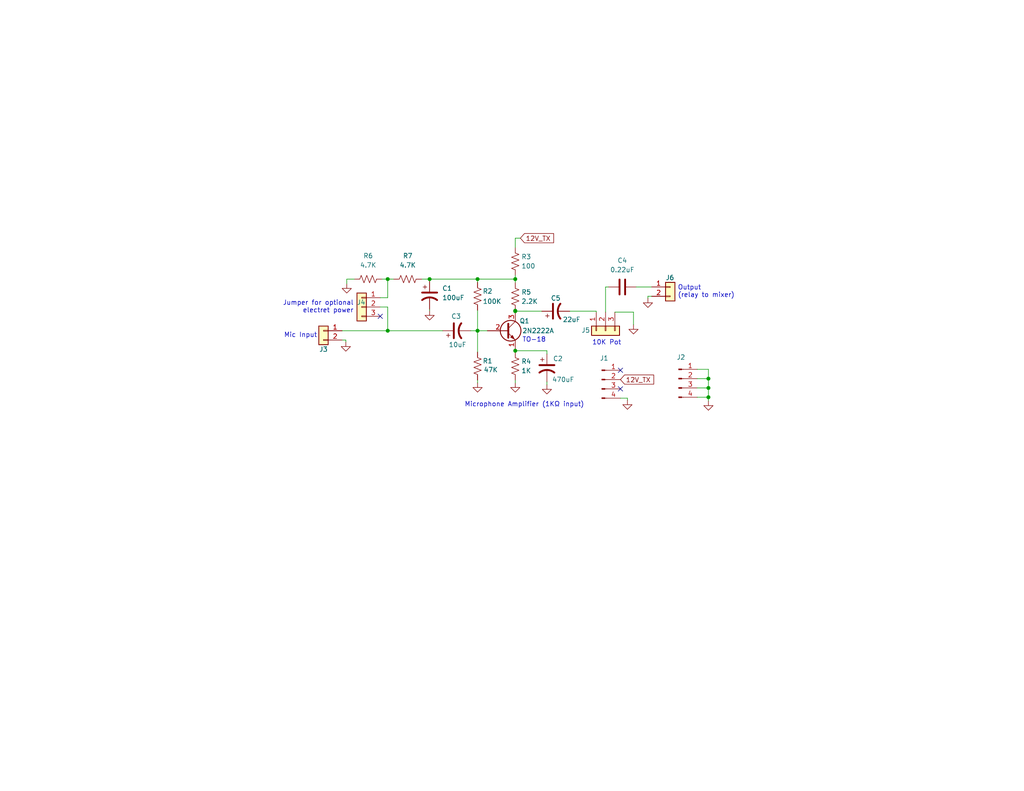
<source format=kicad_sch>
(kicad_sch (version 20211123) (generator eeschema)
  (paper "USLetter")
  (title_block (title "Pssst Microphone Amplifier") (date "2022-12-29") (rev "A"))
  (lib_symbols
    (symbol "K7TFC_Connectors:Conn_01x02" (pin_names (offset 1.016) hide)
      (property "Reference" "J" (at 0 2.54 0))
      (property "Value" "Conn_01x02" (at 0 -5.08 0))
      (symbol "Conn_01x02_1_1"
        (rectangle (start -1.27 -2.413) (end 0 -2.667) (stroke (width 0.1524)))
        (rectangle (start -1.27 0.127) (end 0 -0.127) (stroke (width 0.1524)))
        (rectangle (start -1.27 1.27) (end 1.27 -3.81) (stroke (width 0.254)) (fill (type background)))
        (pin passive line (at -5.08 0 0) (length 3.81) (name "Pin_1") (number "1"))
        (pin passive line (at -5.08 -2.54 0) (length 3.81) (name "Pin_2") (number "2"))
      )
    )
    (symbol "K7TFC_Connectors:Conn_01x03" (pin_names (offset 1.016) hide)
      (property "Reference" "J" (at 0 5.08 0))
      (property "Value" "Conn_01x03" (at 0 -5.08 0))
      (symbol "Conn_01x03_1_1"
        (rectangle (start -1.27 -2.413) (end 0 -2.667) (stroke (width 0.1524)))
        (rectangle (start -1.27 0.127) (end 0 -0.127) (stroke (width 0.1524)))
        (rectangle (start -1.27 2.667) (end 0 2.413) (stroke (width 0.1524)))
        (rectangle (start -1.27 3.81) (end 1.27 -3.81) (stroke (width 0.254)) (fill (type background)))
        (pin passive line (at -5.08 2.54 0) (length 3.81) (name "Pin_1") (number "1"))
        (pin passive line (at -5.08 0 0) (length 3.81) (name "Pin_2") (number "2"))
        (pin passive line (at -5.08 -2.54 0) (length 3.81) (name "Pin_3") (number "3"))
      )
    )
    (symbol "K7TFC_Connectors:Conn_01x04_Male" (pin_names (offset 1.016) hide)
      (property "Reference" "J" (at 0 5.08 0))
      (property "Value" "Conn_01x04_Male" (at 0 -7.62 0))
      (symbol "Conn_01x04_Male_1_1"
        (polyline (pts (xy 1.27 -5.08) (xy 0.8636 -5.08)) (stroke (width 0.1524)))
        (polyline (pts (xy 1.27 -2.54) (xy 0.8636 -2.54)) (stroke (width 0.1524)))
        (polyline (pts (xy 1.27 0) (xy 0.8636 0)) (stroke (width 0.1524)))
        (polyline (pts (xy 1.27 2.54) (xy 0.8636 2.54)) (stroke (width 0.1524)))
        (rectangle (start 0.8636 -4.953) (end 0 -5.207) (stroke (width 0.1524)) (fill (type outline)))
        (rectangle (start 0.8636 -2.413) (end 0 -2.667) (stroke (width 0.1524)) (fill (type outline)))
        (rectangle (start 0.8636 0.127) (end 0 -0.127) (stroke (width 0.1524)) (fill (type outline)))
        (rectangle (start 0.8636 2.667) (end 0 2.413) (stroke (width 0.1524)) (fill (type outline)))
        (pin passive line (at 5.08 2.54 180) (length 3.81) (name "Pin_1") (number "1"))
        (pin passive line (at 5.08 0 180) (length 3.81) (name "Pin_2") (number "2"))
        (pin passive line (at 5.08 -2.54 180) (length 3.81) (name "Pin_3") (number "3"))
        (pin passive line (at 5.08 -5.08 180) (length 3.81) (name "Pin_4") (number "4"))
      )
    )
    (symbol "K7TFC_Passives:CP1" (pin_numbers hide) (pin_names (offset 0.254) hide)
      (property "Reference" "C" (at 0.635 2.54 0))
      (property "Value" "CP1" (at 0.635 -2.54 0))
      (symbol "CP1_0_1"
        (polyline (pts (xy -2.032 0.762) (xy 2.032 0.762)) (stroke (width 0.508)))
        (polyline (pts (xy -1.778 2.286) (xy -0.762 2.286)))
        (polyline (pts (xy -1.27 1.778) (xy -1.27 2.794)))
        (arc (start 2.032 -1.27) (mid 0 -0.5572) (end -2.032 -1.27) (stroke (width 0.508)))
      )
      (symbol "CP1_1_1"
        (pin passive line (at 0 3.81 270) (length 2.794) (name "~") (number "1"))
        (pin passive line (at 0 -3.81 90) (length 3.302) (name "~") (number "2"))
      )
    )
    (symbol "K7TFC_Passives:C_std" (pin_numbers hide) (pin_names (offset 0.254))
      (property "Reference" "C" (at 0.635 2.54 0))
      (property "Value" "C_std" (at 0.635 -2.54 0))
      (symbol "C_std_0_1"
        (polyline (pts (xy -2.032 -0.762) (xy 2.032 -0.762)) (stroke (width 0.508)))
        (polyline (pts (xy -2.032 0.762) (xy 2.032 0.762)) (stroke (width 0.508)))
      )
      (symbol "C_std_1_1"
        (pin passive line (at 0 3.81 270) (length 2.794) (name "~") (number "1"))
        (pin passive line (at 0 -3.81 90) (length 2.794) (name "~") (number "2"))
      )
    )
    (symbol "K7TFC_Passives:R_US" (pin_numbers hide) (pin_names (offset 0))
      (property "Reference" "R" (at 2.54 0 90))
      (property "Value" "R_US" (at -2.54 0 90))
      (symbol "R_US_0_1"
        (polyline (pts (xy 0 -2.286) (xy 0 -2.54)))
        (polyline (pts (xy 0 2.286) (xy 0 2.54)))
        (polyline (pts (xy 0 -0.762) (xy 1.016 -1.143) (xy 0 -1.524) (xy -1.016 -1.905) (xy 0 -2.286)))
        (polyline (pts (xy 0 0.762) (xy 1.016 0.381) (xy 0 0) (xy -1.016 -0.381) (xy 0 -0.762)))
        (polyline (pts (xy 0 2.286) (xy 1.016 1.905) (xy 0 1.524) (xy -1.016 1.143) (xy 0 0.762)))
      )
      (symbol "R_US_1_1"
        (pin passive line (at 0 3.81 270) (length 1.27) (name "~") (number "1"))
        (pin passive line (at 0 -3.81 90) (length 1.27) (name "~") (number "2"))
      )
    )
    (symbol "K7TFC_Transistors:2N2222A_TO92" (pin_names (offset 0) hide)
      (property "Reference" "Q" (at 5.08 1.905 0))
      (property "Value" "2N2222A_TO92" (at 5.08 0 0))
      (symbol "2N2222A_TO92_0_1"
        (polyline (pts (xy 0.635 0.635) (xy 2.54 2.54)))
        (polyline (pts (xy 0.635 -0.635) (xy 2.54 -2.54) (xy 2.54 -2.54)))
        (polyline (pts (xy 0.635 1.905) (xy 0.635 -1.905) (xy 0.635 -1.905)) (stroke (width 0.508)))
        (polyline (pts (xy 1.27 -1.778) (xy 1.778 -1.27) (xy 2.286 -2.286) (xy 1.27 -1.778) (xy 1.27 -1.778)) (fill (type outline)))
        (circle (center 1.27 0) (radius 2.8194) (stroke (width 0.254)))
      )
      (symbol "2N2222A_TO92_1_1"
        (pin passive line (at 2.54 -5.08 90) (length 2.54) (name "E") (number "1"))
        (pin passive line (at -5.08 0 0) (length 5.715) (name "B") (number "2"))
        (pin passive line (at 2.54 5.08 270) (length 2.54) (name "C") (number "3"))
      )
    )
    (symbol "power:GND" (power) (pin_names (offset 0))
      (property "Value" "GND" (at 0 -3.81 0))
      (symbol "GND_0_1"
        (polyline (pts (xy 0 0) (xy 0 -1.27) (xy 1.27 -1.27) (xy 0 -2.54) (xy -1.27 -1.27) (xy 0 -1.27)))
      )
      (symbol "GND_1_1"
        (pin power_in line (at 0 0 270) (length 0) hide (name "GND") (number "1"))
      )
    )
  )
  (junction (at 193.294 108.458))
  (junction (at 140.589 84.963))
  (junction (at 193.294 103.378))
  (junction (at 140.589 95.758))
  (junction (at 140.589 84.836))
  (junction (at 193.294 105.918))
  (junction (at 117.221 76.2))
  (junction (at 105.791 90.297))
  (junction (at 130.302 90.297))
  (junction (at 105.791 76.2))
  (junction (at 130.302 76.2))
  (junction (at 140.589 76.2))
  (no_connect (at 169.291 101.092))
  (no_connect (at 169.291 106.172))
  (no_connect (at 103.759 86.36))
  (wire (pts (xy 140.589 65.024) (xy 141.986 65.024)))
  (wire (pts (xy 140.589 84.963) (xy 140.589 85.217)))
  (wire (pts (xy 140.589 76.2) (xy 140.589 77.216)))
  (wire (pts (xy 176.784 80.899) (xy 176.784 81.407)))
  (wire (pts (xy 190.246 105.918) (xy 193.294 105.918)))
  (wire (pts (xy 177.8 80.899) (xy 176.784 80.899)))
  (wire (pts (xy 190.246 108.458) (xy 193.294 108.458)))
  (wire (pts (xy 173.609 78.359) (xy 177.8 78.359)))
  (wire (pts (xy 117.221 84.455) (xy 117.221 84.836)))
  (wire (pts (xy 149.225 104.267) (xy 149.225 105.029)))
  (wire (pts (xy 105.791 76.2) (xy 107.442 76.2)))
  (wire (pts (xy 171.196 108.712) (xy 171.196 109.22)))
  (wire (pts (xy 117.221 76.2) (xy 117.221 76.835)))
  (wire (pts (xy 105.791 83.82) (xy 105.791 90.297)))
  (wire (pts (xy 140.589 84.963) (xy 147.828 84.963)))
  (wire (pts (xy 193.294 103.378) (xy 193.294 105.918)))
  (wire (pts (xy 140.589 65.024) (xy 140.589 67.564)))
  (wire (pts (xy 130.302 103.759) (xy 130.302 104.521)))
  (wire (pts (xy 149.225 95.758) (xy 149.225 96.647)))
  (wire (pts (xy 155.448 84.963) (xy 162.687 84.963)))
  (wire (pts (xy 140.589 95.758) (xy 149.225 95.758)))
  (wire (pts (xy 105.791 90.297) (xy 120.777 90.297)))
  (wire (pts (xy 140.589 84.836) (xy 140.589 84.963)))
  (wire (pts (xy 105.791 81.28) (xy 103.759 81.28)))
  (wire (pts (xy 130.302 76.2) (xy 117.221 76.2)))
  (wire (pts (xy 140.589 95.758) (xy 140.589 96.139)))
  (wire (pts (xy 190.246 100.838) (xy 193.294 100.838)))
  (wire (pts (xy 94.615 77.47) (xy 94.615 76.2)))
  (wire (pts (xy 165.227 78.359) (xy 165.989 78.359)))
  (wire (pts (xy 128.397 90.297) (xy 130.302 90.297)))
  (wire (pts (xy 93.345 92.837) (xy 94.361 92.837)))
  (wire (pts (xy 130.302 76.2) (xy 130.302 77.089)))
  (wire (pts (xy 193.294 105.918) (xy 193.294 108.458)))
  (wire (pts (xy 93.345 90.297) (xy 105.791 90.297)))
  (wire (pts (xy 165.227 85.217) (xy 165.227 78.359)))
  (wire (pts (xy 140.589 76.2) (xy 130.302 76.2)))
  (wire (pts (xy 94.615 76.2) (xy 96.647 76.2)))
  (wire (pts (xy 103.759 83.82) (xy 105.791 83.82)))
  (wire (pts (xy 130.302 90.297) (xy 132.969 90.297)))
  (wire (pts (xy 105.791 76.2) (xy 105.791 81.28)))
  (wire (pts (xy 190.246 103.378) (xy 193.294 103.378)))
  (wire (pts (xy 115.062 76.2) (xy 117.221 76.2)))
  (wire (pts (xy 130.302 84.709) (xy 130.302 90.297)))
  (wire (pts (xy 94.361 92.837) (xy 94.361 93.345)))
  (wire (pts (xy 193.294 100.838) (xy 193.294 103.378)))
  (wire (pts (xy 140.589 103.759) (xy 140.589 104.521)))
  (wire (pts (xy 172.847 88.646) (xy 172.847 85.217)))
  (wire (pts (xy 130.302 90.297) (xy 130.302 96.139)))
  (wire (pts (xy 104.267 76.2) (xy 105.791 76.2)))
  (wire (pts (xy 193.294 108.458) (xy 193.294 109.474)))
  (wire (pts (xy 172.847 85.217) (xy 167.767 85.217)))
  (wire (pts (xy 169.291 108.712) (xy 171.196 108.712)))
  (wire (pts (xy 140.589 75.184) (xy 140.589 76.2)))
  (wire (pts (xy 162.687 84.963) (xy 162.687 85.217)))
  (wire (pts (xy 140.589 95.377) (xy 140.589 95.758)))
  (text "Jumper for optional\nelectret power" (at 96.52 85.598 180) (effects (font (size 1.27 1.27)) (justify right bottom)))
  (text "10K Pot" (at 161.544 94.361 0) (effects (font (size 1.27 1.27)) (justify left bottom)))
  (text "Output\n(relay to mixer)" (at 184.912 81.407 0) (effects (font (size 1.27 1.27)) (justify left bottom)))
  (text "Microphone Amplifier (1KΩ input)" (at 126.746 111.252 0) (effects (font (size 1.27 1.27)) (justify left bottom)))
  (text "Mic Input" (at 77.47 92.329 0) (effects (font (size 1.27 1.27)) (justify left bottom)))
  (text "TO-18" (at 142.494 93.599 0) (effects (font (size 1.27 1.27)) (justify left bottom)))
  (global_label "12V_TX" (shape input) (at 169.291 103.632 0) (property "Intersheet References" "${INTERSHEET_REFS}" (effects hide)))
  (global_label "12V_TX" (shape input) (at 141.986 65.024 0) (property "Intersheet References" "${INTERSHEET_REFS}" (effects hide)))
  (symbol (lib_id "power:GND") (at 140.589 104.521 0) (unit 1)
    (property "Reference" "#PWR0109" (effects hide))
    (property "Value" "GND" (effects hide))
  )
  (symbol (lib_id "power:GND") (at 117.221 84.836 0) (unit 1)
    (property "Reference" "#PWR0104" (effects hide))
    (property "Value" "GND" (effects hide))
  )
  (symbol (lib_id "K7TFC_Connectors:Conn_01x02") (at 88.265 90.297 0) (mirror y) (unit 1)
    (property "Reference" "J3" (at 88.265 95.377 0))
    (property "Value" "Conn_01x02" (effects hide))
    (property "Footprint" "K7TFC:SMA_EdgeMount_0.062_Samtec_wHoles" (effects hide))
  )
  (symbol (lib_id "K7TFC_Passives:CP1") (at 149.225 100.457 0) (unit 1)
    (property "Reference" "C2" (at 150.876 97.917 0) (effects (justify left)))
    (property "Value" "470uF" (at 150.622 103.632 0) (effects (justify left)))
    (property "Footprint" "Capacitor_THT:CP_Radial_D8.0mm_P3.50mm" (effects hide))
  )
  (symbol (lib_id "K7TFC_Passives:R_US") (at 140.589 71.374 0) (unit 1)
    (property "Reference" "R3" (at 142.24 70.1039 0) (effects (justify left)))
    (property "Value" "100" (at 142.24 72.6439 0) (effects (justify left)))
    (property "Footprint" "K7TFC_Passives:Resistor_Quarter_Watt_P10.16mm_Horizontal" (effects hide))
  )
  (symbol (lib_id "power:GND") (at 171.196 109.22 0) (unit 1)
    (property "Reference" "#PWR0110" (effects hide))
    (property "Value" "GND" (effects hide))
  )
  (symbol (lib_id "K7TFC_Passives:CP1") (at 117.221 80.645 0) (unit 1)
    (property "Reference" "C1" (at 120.65 78.7399 0) (effects (justify left)))
    (property "Value" "100uF" (at 120.65 81.2799 0) (effects (justify left)))
    (property "Footprint" "Capacitor_THT:CP_Radial_D5.0mm_P2.00mm" (effects hide))
  )
  (symbol (lib_id "K7TFC_Connectors:Conn_01x04_Male") (at 164.211 103.632 0) (unit 1)
    (property "Reference" "J1" (at 164.846 97.79 0))
    (property "Value" "Conn_01x04_Male" (effects hide))
    (property "Footprint" "Connector_PinHeader_2.54mm:PinHeader_1x04_P2.54mm_Vertical" (effects hide))
  )
  (symbol (lib_id "K7TFC_Connectors:Conn_01x03") (at 98.679 83.82 0) (mirror y) (unit 1)
    (property "Reference" "J4" (at 98.552 82.55 0))
    (property "Value" "Conn_01x03" (effects hide))
    (property "Footprint" "Connector_PinHeader_2.54mm:PinHeader_1x03_P2.54mm_Vertical" (effects hide))
  )
  (symbol (lib_id "power:GND") (at 149.225 105.029 0) (unit 1)
    (property "Reference" "#PWR0107" (effects hide))
    (property "Value" "GND" (effects hide))
  )
  (symbol (lib_id "K7TFC_Passives:C_std") (at 169.799 78.359 90) (unit 1)
    (property "Reference" "C4" (at 169.799 71.12 90))
    (property "Value" "0.22uF" (at 169.799 73.66 90))
    (property "Footprint" "Capacitor_THT:C_Disc_D5.0mm_W2.5mm_P2.50mm" (effects hide))
  )
  (symbol (lib_id "power:GND") (at 94.361 93.345 0) (unit 1)
    (property "Reference" "#PWR0105" (effects hide))
    (property "Value" "GND" (effects hide))
  )
  (symbol (lib_id "power:GND") (at 172.847 88.646 0) (unit 1)
    (property "Reference" "#PWR0101" (effects hide))
    (property "Value" "GND" (effects hide))
  )
  (symbol (lib_id "K7TFC_Passives:CP1") (at 124.587 90.297 90) (unit 1)
    (property "Reference" "C3" (at 124.46 86.36 90))
    (property "Value" "10uF" (at 124.841 94.107 90))
    (property "Footprint" "Capacitor_THT:CP_Radial_D5.0mm_P2.00mm" (effects hide))
  )
  (symbol (lib_id "K7TFC_Passives:R_US") (at 100.457 76.2 90) (unit 1)
    (property "Reference" "R6" (at 100.457 69.85 90))
    (property "Value" "4.7K" (at 100.457 72.39 90))
    (property "Footprint" "K7TFC_Passives:Resistor_Quarter_Watt_P10.16mm_Horizontal" (effects hide))
  )
  (symbol (lib_id "K7TFC_Transistors:2N2222A_TO92") (at 138.049 90.297 0) (unit 1)
    (property "Reference" "Q1" (at 141.732 87.63 0) (effects (justify left)))
    (property "Value" "2N2222A" (at 142.494 90.297 0) (effects (justify left)))
    (property "Footprint" "Package_TO_SOT_THT:TO-18-3" (effects hide))
  )
  (symbol (lib_id "K7TFC_Connectors:Conn_01x02") (at 182.88 78.359 0) (unit 1)
    (property "Reference" "J6" (at 181.61 75.819 0) (effects (justify left)))
    (property "Value" "Conn_01x02" (effects hide))
    (property "Footprint" "K7TFC:SMA_EdgeMount_0.062_Samtec_wHoles" (effects hide))
  )
  (symbol (lib_id "K7TFC_Connectors:Conn_01x03") (at 165.227 90.297 90) (mirror x) (unit 1)
    (property "Reference" "J5" (at 158.623 90.17 90) (effects (justify right)))
    (property "Value" "Conn_01x03" (effects hide))
    (property "Footprint" "Connector_PinHeader_2.54mm:PinHeader_1x03_P2.54mm_Vertical" (effects hide))
  )
  (symbol (lib_id "K7TFC_Passives:R_US") (at 130.302 80.899 0) (unit 1)
    (property "Reference" "R2" (at 131.699 79.502 0) (effects (justify left)))
    (property "Value" "100K" (at 131.699 82.296 0) (effects (justify left)))
    (property "Footprint" "K7TFC_Passives:Resistor_Quarter_Watt_P10.16mm_Horizontal" (effects hide))
  )
  (symbol (lib_id "K7TFC_Connectors:Conn_01x04_Male") (at 185.166 103.378 0) (unit 1)
    (property "Reference" "J2" (at 185.801 97.536 0))
    (property "Value" "Conn_01x04_Male" (effects hide))
    (property "Footprint" "Connector_PinHeader_2.54mm:PinHeader_1x04_P2.54mm_Vertical" (effects hide))
  )
  (symbol (lib_id "power:GND") (at 94.615 77.47 0) (unit 1)
    (property "Reference" "#PWR0106" (effects hide))
    (property "Value" "GND" (effects hide))
  )
  (symbol (lib_id "power:GND") (at 193.294 109.474 0) (unit 1)
    (property "Reference" "#PWR0111" (effects hide))
    (property "Value" "GND" (effects hide))
  )
  (symbol (lib_id "K7TFC_Passives:R_US") (at 111.252 76.2 90) (unit 1)
    (property "Reference" "R7" (at 111.252 69.85 90))
    (property "Value" "4.7K" (at 111.252 72.39 90))
    (property "Footprint" "K7TFC_Passives:Resistor_Quarter_Watt_P10.16mm_Horizontal" (effects hide))
  )
  (symbol (lib_id "power:GND") (at 130.302 104.521 0) (unit 1)
    (property "Reference" "#PWR0108" (effects hide))
    (property "Value" "GND" (effects hide))
  )
  (symbol (lib_id "K7TFC_Passives:CP1") (at 151.638 84.963 90) (unit 1)
    (property "Reference" "C5" (at 151.638 81.407 90))
    (property "Value" "22uF" (at 155.956 87.249 90))
    (property "Footprint" "Capacitor_THT:CP_Radial_D5.0mm_P2.00mm" (effects hide))
  )
  (symbol (lib_id "K7TFC_Passives:R_US") (at 130.302 99.949 0) (unit 1)
    (property "Reference" "R1" (at 131.699 98.552 0) (effects (justify left)))
    (property "Value" "47K" (at 131.953 100.965 0) (effects (justify left)))
    (property "Footprint" "K7TFC_Passives:Resistor_Quarter_Watt_P10.16mm_Horizontal" (effects hide))
  )
  (symbol (lib_id "power:GND") (at 176.784 81.407 0) (mirror y) (unit 1)
    (property "Reference" "#PWR0103" (effects hide))
    (property "Value" "GND" (effects hide))
  )
  (symbol (lib_id "K7TFC_Passives:R_US") (at 140.589 81.026 0) (unit 1)
    (property "Reference" "R5" (at 142.24 79.7559 0) (effects (justify left)))
    (property "Value" "2.2K" (at 142.24 82.2959 0) (effects (justify left)))
    (property "Footprint" "K7TFC_Passives:Resistor_Quarter_Watt_P10.16mm_Horizontal" (effects hide))
  )
  (symbol (lib_id "K7TFC_Passives:R_US") (at 140.589 99.949 0) (unit 1)
    (property "Reference" "R4" (at 142.24 98.6789 0) (effects (justify left)))
    (property "Value" "1K" (at 142.24 101.2189 0) (effects (justify left)))
    (property "Footprint" "K7TFC_Passives:Resistor_Quarter_Watt_P10.16mm_Horizontal" (effects hide))
  )
)
</source>
